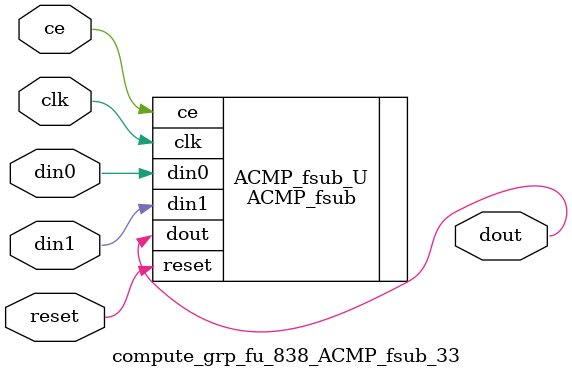
<source format=v>

`timescale 1 ns / 1 ps
module compute_grp_fu_838_ACMP_fsub_33(
    clk,
    reset,
    ce,
    din0,
    din1,
    dout);

parameter ID = 32'd1;
parameter NUM_STAGE = 32'd1;
parameter din0_WIDTH = 32'd1;
parameter din1_WIDTH = 32'd1;
parameter dout_WIDTH = 32'd1;
input clk;
input reset;
input ce;
input[din0_WIDTH - 1:0] din0;
input[din1_WIDTH - 1:0] din1;
output[dout_WIDTH - 1:0] dout;



ACMP_fsub #(
.ID( ID ),
.NUM_STAGE( 4 ),
.din0_WIDTH( din0_WIDTH ),
.din1_WIDTH( din1_WIDTH ),
.dout_WIDTH( dout_WIDTH ))
ACMP_fsub_U(
    .clk( clk ),
    .reset( reset ),
    .ce( ce ),
    .din0( din0 ),
    .din1( din1 ),
    .dout( dout ));

endmodule

</source>
